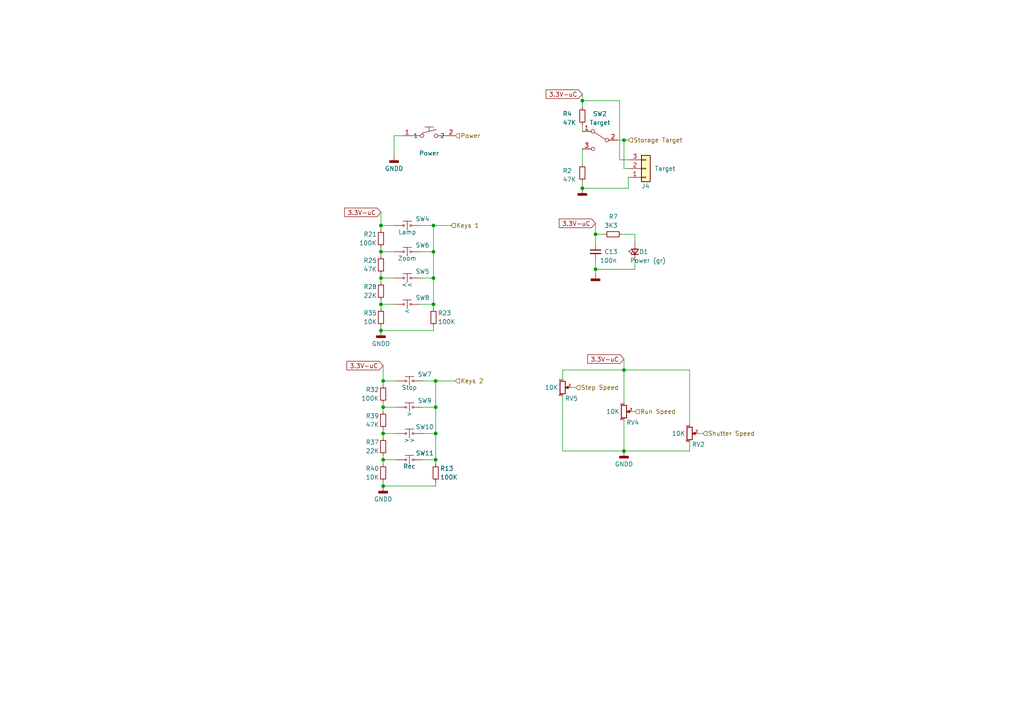
<source format=kicad_sch>
(kicad_sch (version 20230121) (generator eeschema)
  (paper "A4")
  (lib_symbols
    (symbol "B3F-5000_sm_1" (pin_numbers hide) (pin_names hide)
      (property "Reference" "SW" (at -1.27 3.81 0))
      (property "Value" "B3F-5000_sm" (at -1.27 -2.54 0))
      (symbol "B3F-5000_sm_1_0_1"
        (circle (center -1.02 0) (radius 0.25))
        (polyline (pts (xy -1.27 1.27) (xy 1.27 1.27)))
        (polyline (pts (xy 0 1.27) (xy 0 -1.27)))
        (circle (center 1.02 0) (radius 0.25))
      )
      (symbol "B3F-5000_sm_1_1_1"
        (pin no_connect line (at 3.81 0 180) (length 2.54) hide (name "~") (number "1"))
        (pin passive line (at 3.81 0 180) (length 2.54) (name "~") (number "2"))
        (pin no_connect line (at -3.81 0 0) (length 2.54) hide (name "~") (number "3"))
        (pin passive line (at -3.81 0 0) (length 2.54) (name "~") (number "4"))
      )
    )
    (symbol "B3F-5000_sm_2" (pin_numbers hide) (pin_names hide)
      (property "Reference" "SW" (at -1.27 3.81 0))
      (property "Value" "B3F-5000_sm" (at -1.27 -2.54 0))
      (symbol "B3F-5000_sm_2_0_1"
        (circle (center -1.02 0) (radius 0.25))
        (polyline (pts (xy -1.27 1.27) (xy 1.27 1.27)))
        (polyline (pts (xy 0 1.27) (xy 0 -1.27)))
        (circle (center 1.02 0) (radius 0.25))
      )
      (symbol "B3F-5000_sm_2_1_1"
        (pin no_connect line (at 3.81 0 180) (length 2.54) hide (name "~") (number "1"))
        (pin passive line (at 3.81 0 180) (length 2.54) (name "~") (number "2"))
        (pin no_connect line (at -3.81 0 0) (length 2.54) hide (name "~") (number "3"))
        (pin passive line (at -3.81 0 0) (length 2.54) (name "~") (number "4"))
      )
    )
    (symbol "B3F-5000_sm_3" (pin_numbers hide) (pin_names hide)
      (property "Reference" "SW" (at -1.27 3.81 0))
      (property "Value" "B3F-5000_sm" (at -1.27 -2.54 0))
      (symbol "B3F-5000_sm_3_0_1"
        (circle (center -1.02 0) (radius 0.25))
        (polyline (pts (xy -1.27 1.27) (xy 1.27 1.27)))
        (polyline (pts (xy 0 1.27) (xy 0 -1.27)))
        (circle (center 1.02 0) (radius 0.25))
      )
      (symbol "B3F-5000_sm_3_1_1"
        (pin no_connect line (at 3.81 0 180) (length 2.54) hide (name "~") (number "1"))
        (pin passive line (at 3.81 0 180) (length 2.54) (name "~") (number "2"))
        (pin no_connect line (at -3.81 0 0) (length 2.54) hide (name "~") (number "3"))
        (pin passive line (at -3.81 0 0) (length 2.54) (name "~") (number "4"))
      )
    )
    (symbol "B3F-5000_sm_4" (pin_numbers hide) (pin_names hide)
      (property "Reference" "SW" (at -1.27 3.81 0))
      (property "Value" "B3F-5000_sm" (at -1.27 -2.54 0))
      (symbol "B3F-5000_sm_4_0_1"
        (circle (center -1.02 0) (radius 0.25))
        (polyline (pts (xy -1.27 1.27) (xy 1.27 1.27)))
        (polyline (pts (xy 0 1.27) (xy 0 -1.27)))
        (circle (center 1.02 0) (radius 0.25))
      )
      (symbol "B3F-5000_sm_4_1_1"
        (pin no_connect line (at 3.81 0 180) (length 2.54) hide (name "~") (number "1"))
        (pin passive line (at 3.81 0 180) (length 2.54) (name "~") (number "2"))
        (pin no_connect line (at -3.81 0 0) (length 2.54) hide (name "~") (number "3"))
        (pin passive line (at -3.81 0 0) (length 2.54) (name "~") (number "4"))
      )
    )
    (symbol "B3F-5000_sm_5" (pin_numbers hide) (pin_names hide)
      (property "Reference" "SW" (at -1.27 3.81 0))
      (property "Value" "B3F-5000_sm" (at -1.27 -2.54 0))
      (symbol "B3F-5000_sm_5_0_1"
        (circle (center -1.02 0) (radius 0.25))
        (polyline (pts (xy -1.27 1.27) (xy 1.27 1.27)))
        (polyline (pts (xy 0 1.27) (xy 0 -1.27)))
        (circle (center 1.02 0) (radius 0.25))
      )
      (symbol "B3F-5000_sm_5_1_1"
        (pin no_connect line (at 3.81 0 180) (length 2.54) hide (name "~") (number "1"))
        (pin passive line (at 3.81 0 180) (length 2.54) (name "~") (number "2"))
        (pin no_connect line (at -3.81 0 0) (length 2.54) hide (name "~") (number "3"))
        (pin passive line (at -3.81 0 0) (length 2.54) (name "~") (number "4"))
      )
    )
    (symbol "B3F-5000_sm_6" (pin_numbers hide) (pin_names hide)
      (property "Reference" "SW" (at -1.27 3.81 0))
      (property "Value" "B3F-5000_sm" (at -1.27 -2.54 0))
      (symbol "B3F-5000_sm_6_0_1"
        (circle (center -1.02 0) (radius 0.25))
        (polyline (pts (xy -1.27 1.27) (xy 1.27 1.27)))
        (polyline (pts (xy 0 1.27) (xy 0 -1.27)))
        (circle (center 1.02 0) (radius 0.25))
      )
      (symbol "B3F-5000_sm_6_1_1"
        (pin no_connect line (at 3.81 0 180) (length 2.54) hide (name "~") (number "1"))
        (pin passive line (at 3.81 0 180) (length 2.54) (name "~") (number "2"))
        (pin no_connect line (at -3.81 0 0) (length 2.54) hide (name "~") (number "3"))
        (pin passive line (at -3.81 0 0) (length 2.54) (name "~") (number "4"))
      )
    )
    (symbol "B3F-5000_sm_7" (pin_numbers hide) (pin_names hide)
      (property "Reference" "SW" (at -1.27 3.81 0))
      (property "Value" "B3F-5000_sm" (at -1.27 -2.54 0))
      (symbol "B3F-5000_sm_7_0_1"
        (circle (center -1.02 0) (radius 0.25))
        (polyline (pts (xy -1.27 1.27) (xy 1.27 1.27)))
        (polyline (pts (xy 0 1.27) (xy 0 -1.27)))
        (circle (center 1.02 0) (radius 0.25))
      )
      (symbol "B3F-5000_sm_7_1_1"
        (pin no_connect line (at 3.81 0 180) (length 2.54) hide (name "~") (number "1"))
        (pin passive line (at 3.81 0 180) (length 2.54) (name "~") (number "2"))
        (pin no_connect line (at -3.81 0 0) (length 2.54) hide (name "~") (number "3"))
        (pin passive line (at -3.81 0 0) (length 2.54) (name "~") (number "4"))
      )
    )
    (symbol "B3F-5000_sm_8" (pin_numbers hide) (pin_names hide)
      (property "Reference" "SW" (at -1.27 3.81 0))
      (property "Value" "B3F-5000_sm" (at -1.27 -2.54 0))
      (symbol "B3F-5000_sm_8_0_1"
        (circle (center -1.02 0) (radius 0.25))
        (polyline (pts (xy -1.27 1.27) (xy 1.27 1.27)))
        (polyline (pts (xy 0 1.27) (xy 0 -1.27)))
        (circle (center 1.02 0) (radius 0.25))
      )
      (symbol "B3F-5000_sm_8_1_1"
        (pin no_connect line (at 3.81 0 180) (length 2.54) hide (name "~") (number "1"))
        (pin passive line (at 3.81 0 180) (length 2.54) (name "~") (number "2"))
        (pin no_connect line (at -3.81 0 0) (length 2.54) hide (name "~") (number "3"))
        (pin passive line (at -3.81 0 0) (length 2.54) (name "~") (number "4"))
      )
    )
    (symbol "Connector_Generic:Conn_01x03" (pin_names (offset 1.016) hide)
      (property "Reference" "J" (at 0 5.08 0))
      (property "Value" "Conn_01x03" (at 0 -5.08 0))
      (symbol "Conn_01x03_1_1"
        (rectangle (start -1.27 -2.413) (end 0 -2.667) (stroke (width 0.1524)))
        (rectangle (start -1.27 0.127) (end 0 -0.127) (stroke (width 0.1524)))
        (rectangle (start -1.27 2.667) (end 0 2.413) (stroke (width 0.1524)))
        (rectangle (start -1.27 3.81) (end 1.27 -3.81) (stroke (width 0.254)) (fill (type background)))
        (pin passive line (at -5.08 2.54 0) (length 3.81) (name "Pin_1") (number "1"))
        (pin passive line (at -5.08 0 0) (length 3.81) (name "Pin_2") (number "2"))
        (pin passive line (at -5.08 -2.54 0) (length 3.81) (name "Pin_3") (number "3"))
      )
    )
    (symbol "Device:C_Small" (pin_numbers hide) (pin_names (offset 0.254) hide)
      (property "Reference" "C" (at 0.254 1.778 0))
      (property "Value" "C_Small" (at 0.254 -2.032 0))
      (symbol "C_Small_0_1"
        (polyline (pts (xy -1.524 -0.508) (xy 1.524 -0.508)) (stroke (width 0.3302)))
        (polyline (pts (xy -1.524 0.508) (xy 1.524 0.508)) (stroke (width 0.3048)))
      )
      (symbol "C_Small_1_1"
        (pin passive line (at 0 2.54 270) (length 2.032) (name "~") (number "1"))
        (pin passive line (at 0 -2.54 90) (length 2.032) (name "~") (number "2"))
      )
    )
    (symbol "Device:LED_Small" (pin_numbers hide) (pin_names (offset 0.254) hide)
      (property "Reference" "D" (at -1.27 3.175 0))
      (property "Value" "LED_Small" (at -4.445 -2.54 0))
      (symbol "LED_Small_0_1"
        (polyline (pts (xy -0.762 -1.016) (xy -0.762 1.016)) (stroke (width 0.254)))
        (polyline (pts (xy 1.016 0) (xy -0.762 0)))
        (polyline (pts (xy 0.762 -1.016) (xy -0.762 0) (xy 0.762 1.016) (xy 0.762 -1.016)) (stroke (width 0.254)))
        (polyline (pts (xy 0 0.762) (xy -0.508 1.27) (xy -0.254 1.27) (xy -0.508 1.27) (xy -0.508 1.016)))
        (polyline (pts (xy 0.508 1.27) (xy 0 1.778) (xy 0.254 1.778) (xy 0 1.778) (xy 0 1.524)))
      )
      (symbol "LED_Small_1_1"
        (pin passive line (at -2.54 0 0) (length 1.778) (name "K") (number "1"))
        (pin passive line (at 2.54 0 180) (length 1.778) (name "A") (number "2"))
      )
    )
    (symbol "Device:R_Potentiometer_Small" (pin_names (offset 1.016) hide)
      (property "Reference" "RV" (at -4.445 0 90))
      (property "Value" "R_Potentiometer_Small" (at -2.54 0 90))
      (symbol "R_Potentiometer_Small_0_1"
        (polyline (pts (xy 0.889 0) (xy 0.635 0) (xy 1.651 0.381) (xy 1.651 -0.381) (xy 0.635 0) (xy 0.889 0)) (fill (type outline)))
        (rectangle (start 0.762 1.8034) (end -0.762 -1.8034) (stroke (width 0.254)))
      )
      (symbol "R_Potentiometer_Small_1_1"
        (pin passive line (at 0 2.54 270) (length 0.635) (name "1") (number "1"))
        (pin passive line (at 2.54 0 180) (length 0.9906) (name "2") (number "2"))
        (pin passive line (at 0 -2.54 90) (length 0.635) (name "3") (number "3"))
      )
    )
    (symbol "Device:R_Small" (pin_numbers hide) (pin_names (offset 0.254) hide)
      (property "Reference" "R" (at 0.762 0.508 0))
      (property "Value" "R_Small" (at 0.762 -1.016 0))
      (symbol "R_Small_0_1"
        (rectangle (start -0.762 1.778) (end 0.762 -1.778) (stroke (width 0.2032)))
      )
      (symbol "R_Small_1_1"
        (pin passive line (at 0 2.54 270) (length 0.762) (name "~") (number "1"))
        (pin passive line (at 0 -2.54 90) (length 0.762) (name "~") (number "2"))
      )
    )
    (symbol "Switch:SW_SPDT" (pin_names (offset 0) hide)
      (property "Reference" "SW" (at 0 4.318 0))
      (property "Value" "SW_SPDT" (at 0 -5.08 0))
      (symbol "SW_SPDT_0_0"
        (circle (center -2.032 0) (radius 0.508))
        (circle (center 2.032 -2.54) (radius 0.508))
      )
      (symbol "SW_SPDT_0_1"
        (polyline (pts (xy -1.524 0.254) (xy 1.651 2.286)))
        (circle (center 2.032 2.54) (radius 0.508))
      )
      (symbol "SW_SPDT_1_1"
        (pin passive line (at 5.08 2.54 180) (length 2.54) (name "A") (number "1"))
        (pin passive line (at -5.08 0 0) (length 2.54) (name "B") (number "2"))
        (pin passive line (at 5.08 -2.54 180) (length 2.54) (name "C") (number "3"))
      )
    )
    (symbol "easyeda2kicad:B3F-3152"
      (property "Reference" "SW" (at 0 7.62 0))
      (property "Value" "B3F-3152" (at 0 -5.08 0))
      (symbol "B3F-3152_0_1"
        (circle (center -2.03 2.54) (radius 0.51))
        (polyline (pts (xy -5.08 2.54) (xy -2.54 2.54)))
        (polyline (pts (xy -1.27 5.08) (xy 1.27 5.08)))
        (polyline (pts (xy 0 3.81) (xy 0 5.08)))
        (polyline (pts (xy 5.08 2.54) (xy 2.54 2.54)))
        (polyline (pts (xy -2.03 3.3) (xy 2.03 4.32) (xy 2.03 4.32)))
        (circle (center 2.03 2.54) (radius 0.51))
        (pin input line (at -7.62 2.54 0) (length 2.54) (name "1") (number "1"))
        (pin input line (at 7.62 2.54 180) (length 2.54) (name "2") (number "2"))
      )
      (symbol "B3F-3152_1_1"
        (pin no_connect line (at -2.54 0 0) (length 2.54) hide (name "3") (number "3"))
        (pin no_connect line (at 2.54 0 180) (length 2.54) hide (name "4") (number "4"))
      )
    )
    (symbol "power:GNDD" (power) (pin_names (offset 0))
      (property "Value" "GNDD" (at 0 -3.175 0))
      (symbol "GNDD_0_1"
        (rectangle (start -1.27 -1.524) (end 1.27 -2.032) (stroke (width 0.254)) (fill (type outline)))
        (polyline (pts (xy 0 0) (xy 0 -1.524)))
      )
      (symbol "GNDD_1_1"
        (pin power_in line (at 0 0 270) (length 0) hide (name "GNDD") (number "1"))
      )
    )
  )
  (junction (at 126.365 133.35))
  (junction (at 180.975 130.81))
  (junction (at 168.91 54.61))
  (junction (at 126.365 110.49))
  (junction (at 126.365 118.11))
  (junction (at 110.49 80.645))
  (junction (at 125.73 80.645))
  (junction (at 172.72 78.105))
  (junction (at 125.73 88.265))
  (junction (at 125.73 65.405))
  (junction (at 111.125 140.97))
  (junction (at 110.49 95.885))
  (junction (at 110.49 88.265))
  (junction (at 110.49 65.405))
  (junction (at 110.49 73.025))
  (junction (at 111.125 133.35))
  (junction (at 172.72 67.945))
  (junction (at 180.975 40.64))
  (junction (at 111.125 125.73))
  (junction (at 111.125 110.49))
  (junction (at 126.365 125.73))
  (junction (at 168.91 29.21))
  (junction (at 111.125 118.11))
  (junction (at 180.975 107.315))
  (junction (at 125.73 73.025))
  (wire (pts (xy 184.15 78.105) (xy 172.72 78.105)))
  (wire (pts (xy 163.195 130.81) (xy 180.975 130.81)))
  (wire (pts (xy 168.91 43.18) (xy 168.91 47.625)))
  (wire (pts (xy 163.195 107.315) (xy 163.195 109.855)))
  (wire (pts (xy 111.125 125.73) (xy 111.125 127)))
  (wire (pts (xy 110.49 80.645) (xy 110.49 81.915)))
  (wire (pts (xy 122.555 133.35) (xy 126.365 133.35)))
  (wire (pts (xy 114.3 39.37) (xy 114.3 45.085)))
  (wire (pts (xy 111.125 133.35) (xy 114.935 133.35)))
  (wire (pts (xy 163.195 114.935) (xy 163.195 130.81)))
  (wire (pts (xy 126.365 133.35) (xy 126.365 134.62)))
  (wire (pts (xy 122.555 118.11) (xy 126.365 118.11)))
  (wire (pts (xy 180.975 104.14) (xy 180.975 107.315)))
  (wire (pts (xy 110.49 80.645) (xy 114.3 80.645)))
  (wire (pts (xy 180.975 130.81) (xy 200.025 130.81)))
  (wire (pts (xy 111.125 132.08) (xy 111.125 133.35)))
  (wire (pts (xy 111.125 106.045) (xy 111.125 110.49)))
  (wire (pts (xy 111.125 110.49) (xy 111.125 111.76)))
  (wire (pts (xy 184.15 67.945) (xy 184.15 70.485)))
  (wire (pts (xy 110.49 61.595) (xy 110.49 65.405)))
  (wire (pts (xy 111.125 139.7) (xy 111.125 140.97)))
  (wire (pts (xy 110.49 86.995) (xy 110.49 88.265)))
  (wire (pts (xy 184.15 75.565) (xy 184.15 78.105)))
  (wire (pts (xy 121.92 80.645) (xy 125.73 80.645)))
  (wire (pts (xy 200.025 128.27) (xy 200.025 130.81)))
  (wire (pts (xy 121.92 88.265) (xy 125.73 88.265)))
  (wire (pts (xy 111.125 118.11) (xy 114.935 118.11)))
  (wire (pts (xy 125.73 88.265) (xy 125.73 89.535)))
  (wire (pts (xy 110.49 73.025) (xy 110.49 74.295)))
  (wire (pts (xy 110.49 95.885) (xy 125.73 95.885)))
  (wire (pts (xy 114.3 39.37) (xy 116.84 39.37)))
  (wire (pts (xy 172.72 67.945) (xy 172.72 70.485)))
  (wire (pts (xy 126.365 139.7) (xy 126.365 140.97)))
  (wire (pts (xy 168.91 54.61) (xy 182.245 54.61)))
  (wire (pts (xy 202.565 125.73) (xy 203.835 125.73)))
  (wire (pts (xy 182.245 54.61) (xy 182.245 51.435)))
  (wire (pts (xy 121.92 65.405) (xy 125.73 65.405)))
  (wire (pts (xy 183.515 119.38) (xy 184.15 119.38)))
  (wire (pts (xy 126.365 110.49) (xy 132.08 110.49)))
  (wire (pts (xy 172.72 64.77) (xy 172.72 67.945)))
  (wire (pts (xy 168.91 36.195) (xy 168.91 38.1)))
  (wire (pts (xy 110.49 88.265) (xy 110.49 89.535)))
  (wire (pts (xy 111.125 140.97) (xy 126.365 140.97)))
  (wire (pts (xy 172.72 67.945) (xy 175.26 67.945)))
  (wire (pts (xy 180.975 121.92) (xy 180.975 130.81)))
  (wire (pts (xy 180.975 107.315) (xy 200.025 107.315)))
  (wire (pts (xy 126.365 110.49) (xy 126.365 118.11)))
  (wire (pts (xy 200.025 107.315) (xy 200.025 123.19)))
  (wire (pts (xy 111.125 124.46) (xy 111.125 125.73)))
  (wire (pts (xy 110.49 88.265) (xy 114.3 88.265)))
  (wire (pts (xy 111.125 110.49) (xy 114.935 110.49)))
  (wire (pts (xy 168.91 27.305) (xy 168.91 29.21)))
  (wire (pts (xy 182.245 46.355) (xy 179.705 46.355)))
  (wire (pts (xy 111.125 116.84) (xy 111.125 118.11)))
  (wire (pts (xy 168.91 29.21) (xy 168.91 31.115)))
  (wire (pts (xy 110.49 79.375) (xy 110.49 80.645)))
  (wire (pts (xy 111.125 133.35) (xy 111.125 134.62)))
  (wire (pts (xy 172.72 78.105) (xy 172.72 79.375)))
  (wire (pts (xy 165.735 112.395) (xy 167.005 112.395)))
  (wire (pts (xy 180.975 107.315) (xy 180.975 116.84)))
  (wire (pts (xy 172.72 75.565) (xy 172.72 78.105)))
  (wire (pts (xy 122.555 125.73) (xy 126.365 125.73)))
  (wire (pts (xy 110.49 94.615) (xy 110.49 95.885)))
  (wire (pts (xy 180.34 67.945) (xy 184.15 67.945)))
  (wire (pts (xy 122.555 110.49) (xy 126.365 110.49)))
  (wire (pts (xy 110.49 71.755) (xy 110.49 73.025)))
  (wire (pts (xy 110.49 65.405) (xy 110.49 66.675)))
  (wire (pts (xy 121.92 73.025) (xy 125.73 73.025)))
  (wire (pts (xy 125.73 80.645) (xy 125.73 88.265)))
  (wire (pts (xy 179.705 46.355) (xy 179.705 29.21)))
  (wire (pts (xy 179.705 29.21) (xy 168.91 29.21)))
  (wire (pts (xy 163.195 107.315) (xy 180.975 107.315)))
  (wire (pts (xy 182.245 48.895) (xy 180.975 48.895)))
  (wire (pts (xy 125.73 65.405) (xy 125.73 73.025)))
  (wire (pts (xy 168.91 52.705) (xy 168.91 54.61)))
  (wire (pts (xy 180.975 40.64) (xy 182.245 40.64)))
  (wire (pts (xy 179.07 40.64) (xy 180.975 40.64)))
  (wire (pts (xy 125.73 94.615) (xy 125.73 95.885)))
  (wire (pts (xy 110.49 73.025) (xy 114.3 73.025)))
  (wire (pts (xy 126.365 118.11) (xy 126.365 125.73)))
  (wire (pts (xy 180.975 48.895) (xy 180.975 40.64)))
  (wire (pts (xy 110.49 65.405) (xy 114.3 65.405)))
  (wire (pts (xy 125.73 73.025) (xy 125.73 80.645)))
  (wire (pts (xy 125.73 65.405) (xy 130.81 65.405)))
  (wire (pts (xy 111.125 125.73) (xy 114.935 125.73)))
  (wire (pts (xy 126.365 125.73) (xy 126.365 133.35)))
  (wire (pts (xy 111.125 118.11) (xy 111.125 119.38)))
  (global_label "3.3V-uC" (shape input) (at 172.72 64.77 180) (property "Intersheetrefs" "${INTERSHEET_REFS}" (effects hide)))
  (global_label "3.3V-uC" (shape input) (at 168.91 27.305 180) (property "Intersheetrefs" "${INTERSHEET_REFS}" (effects hide)))
  (global_label "3.3V-uC" (shape input) (at 111.125 106.045 180) (property "Intersheetrefs" "${INTERSHEET_REFS}" (effects hide)))
  (global_label "3.3V-uC" (shape input) (at 180.975 104.14 180) (property "Intersheetrefs" "${INTERSHEET_REFS}" (effects hide)))
  (global_label "3.3V-uC" (shape input) (at 110.49 61.595 180) (property "Intersheetrefs" "${INTERSHEET_REFS}" (effects hide)))
  (hierarchical_label "Shutter Speed" (shape input) (at 203.835 125.73 0))
  (hierarchical_label "Keys 1" (shape input) (at 130.81 65.405 0))
  (hierarchical_label "Keys 2" (shape input) (at 132.08 110.49 0))
  (hierarchical_label "Storage Target" (shape input) (at 182.245 40.64 0))
  (hierarchical_label "Step Speed" (shape input) (at 167.005 112.395 0))
  (hierarchical_label "Power" (shape input) (at 132.08 39.37 0))
  (hierarchical_label "Run Speed" (shape input) (at 184.15 119.38 0))
  (symbol (lib_name "B3F-5000_sm_1") (lib_id "easyeda2kicad:B3F-5000_sm") (at 118.11 65.405 0) (unit 1)
    (property "Reference" "SW4" (at 122.555 63.5 0))
    (property "Value" "Lamp" (at 118.11 67.31 0))
    (property "Footprint" "easyeda2kicad:KEY-TH_4P-L12.0-W12.0-P5.0-LS12.5-EH-small" (effects hide))
    (property "Datasheet" "https://lcsc.com/product-detail/Others_Omron-Electronics_B3F-5000_Omron-Electronics-B3F-5000_C93156.html" (effects hide))
    (property "LCSC" "C93156" (effects hide))
    (property "Inventory" "E" (effects hide))
  )
  (symbol (lib_id "Device:R_Potentiometer_Small") (at 200.025 125.73 0) (unit 1)
    (property "Reference" "RV2" (at 204.47 128.905 0) (effects (justify right)))
    (property "Value" "10K" (at 198.755 125.73 0) (effects (justify right)))
    (property "Footprint" "easyeda2kicad:RES-ADJ-TH_3P-L10.0-W10.0-P2.50-L" (effects hide))
    (property "Datasheet" "https://datasheet.lcsc.com/lcsc/1811071811_BOCHEN-Chengdu-Guosheng-Tech-3296W-1-103_C118954.pdf" (effects hide))
    (property "LCSC" "C118954" (effects hide))
    (property "Inventory" "E" (effects hide))
  )
  (symbol (lib_name "B3F-5000_sm_6") (lib_id "easyeda2kicad:B3F-5000_sm") (at 118.11 88.265 0) (unit 1)
    (property "Reference" "SW8" (at 122.555 86.36 0))
    (property "Value" "<" (at 118.11 90.17 0))
    (property "Footprint" "easyeda2kicad:KEY-TH_4P-L12.0-W12.0-P5.0-LS12.5-EH-small" (effects hide))
    (property "Datasheet" "https://lcsc.com/product-detail/Others_Omron-Electronics_B3F-5000_Omron-Electronics-B3F-5000_C93156.html" (effects hide))
    (property "LCSC" "C93156" (effects hide))
  )
  (symbol (lib_id "power:GNDD") (at 110.49 95.885 0) (unit 1)
    (property "Reference" "#PWR015" (effects hide))
    (property "Value" "GNDD" (at 110.49 99.695 0))
  )
  (symbol (lib_id "Device:R_Small") (at 111.125 137.16 0) (unit 1)
    (property "Reference" "R40" (at 106.045 135.89 0) (effects (justify left)))
    (property "Value" "10K" (at 106.045 138.43 0) (effects (justify left)))
    (property "Footprint" "Resistor_SMD:R_0805_2012Metric" (effects hide))
    (property "LCSC" "C17414" (effects hide))
    (property "Inventory" "B" (effects hide))
  )
  (symbol (lib_id "Device:C_Small") (at 172.72 73.025 0) (unit 1)
    (property "Reference" "C13" (at 175.26 73.025 0) (effects (justify left)))
    (property "Value" "100n" (at 173.99 75.565 0) (effects (justify left)))
    (property "Footprint" "Capacitor_SMD:C_0805_2012Metric" (effects hide))
    (property "Datasheet" "https://datasheet.lcsc.com/lcsc/2304140030_Samsung-Electro-Mechanics-CL21B104KCFNNNE_C28233.pdf" (effects hide))
    (property "LCSC" "C28233" (effects hide))
    (property "Inventory" "B" (effects hide))
  )
  (symbol (lib_id "Device:R_Small") (at 111.125 114.3 0) (unit 1)
    (property "Reference" "R32" (at 106.045 113.03 0) (effects (justify left)))
    (property "Value" "100K" (at 104.775 115.57 0) (effects (justify left)))
    (property "Footprint" "Resistor_SMD:R_0805_2012Metric" (effects hide))
    (property "LCSC" "C149504" (effects hide))
    (property "Inventory" "B" (effects hide))
  )
  (symbol (lib_id "easyeda2kicad:B3F-3152") (at 124.46 41.91 0) (unit 1)
    (property "Reference" "SW1" (effects hide))
    (property "Value" "Power" (at 124.46 44.45 0))
    (property "Footprint" "easyeda2kicad:KEY-TH_4P-L7.3-W10.2-P4.50-LS7.0" (effects hide))
    (property "Datasheet" "https://lcsc.com/product-detail/Others_Omron-Electronics_B3F-3152_Omron-Electronics-B3F-3152_C231320.html" (effects hide))
    (property "LCSC Part" "C231320" (effects hide))
    (property "LCSC" "C231320" (effects hide))
    (property "Inventory" "E" (effects hide))
  )
  (symbol (lib_id "Device:R_Potentiometer_Small") (at 163.195 112.395 0) (unit 1)
    (property "Reference" "RV5" (at 167.64 115.57 0) (effects (justify right)))
    (property "Value" "10K" (at 161.925 112.395 0) (effects (justify right)))
    (property "Footprint" "easyeda2kicad:RES-TH_RK09K1110A0J" (effects hide))
    (property "Datasheet" "https://datasheet.lcsc.com/lcsc/2304140030_ALPSALPINE-RK09K1130AP5_C470295.pdf" (effects hide))
    (property "LCSC" "C209767" (effects hide))
    (property "Inventory" "E" (effects hide))
  )
  (symbol (lib_id "power:GNDD") (at 111.125 140.97 0) (unit 1)
    (property "Reference" "#PWR016" (effects hide))
    (property "Value" "GNDD" (at 111.125 144.78 0))
  )
  (symbol (lib_id "Device:R_Small") (at 110.49 76.835 0) (unit 1)
    (property "Reference" "R25" (at 105.41 75.565 0) (effects (justify left)))
    (property "Value" "47K" (at 105.41 78.105 0) (effects (justify left)))
    (property "Footprint" "Resistor_SMD:R_0805_2012Metric" (effects hide))
    (property "LCSC" "C17713" (effects hide))
    (property "Inventory" "B" (effects hide))
  )
  (symbol (lib_name "B3F-5000_sm_4") (lib_id "easyeda2kicad:B3F-5000_sm") (at 118.745 118.11 0) (unit 1)
    (property "Reference" "SW9" (at 123.19 116.205 0))
    (property "Value" ">" (at 118.745 120.015 0))
    (property "Footprint" "easyeda2kicad:KEY-TH_4P-L12.0-W12.0-P5.0-LS12.5-EH-small" (effects hide))
    (property "Datasheet" "https://lcsc.com/product-detail/Others_Omron-Electronics_B3F-5000_Omron-Electronics-B3F-5000_C93156.html" (effects hide))
    (property "LCSC" "C93156" (effects hide))
  )
  (symbol (lib_id "power:GNDD") (at 168.91 54.61 0) (mirror y) (unit 1)
    (property "Reference" "#PWR033" (effects hide))
    (property "Value" "GNDD" (effects hide))
  )
  (symbol (lib_id "Device:R_Small") (at 110.49 69.215 0) (unit 1)
    (property "Reference" "R21" (at 105.41 67.945 0) (effects (justify left)))
    (property "Value" "100K" (at 104.14 70.485 0) (effects (justify left)))
    (property "Footprint" "Resistor_SMD:R_0805_2012Metric" (effects hide))
    (property "LCSC" "C149504" (effects hide))
    (property "Inventory" "B" (effects hide))
  )
  (symbol (lib_name "B3F-5000_sm_5") (lib_id "easyeda2kicad:B3F-5000_sm") (at 118.745 133.35 0) (unit 1)
    (property "Reference" "SW11" (at 123.19 131.445 0))
    (property "Value" "Rec" (at 118.745 135.255 0))
    (property "Footprint" "easyeda2kicad:KEY-TH_4P-L12.0-W12.0-P5.0-LS12.5-EH-small" (effects hide))
    (property "Datasheet" "https://lcsc.com/product-detail/Others_Omron-Electronics_B3F-5000_Omron-Electronics-B3F-5000_C93156.html" (effects hide))
    (property "LCSC" "C93156" (effects hide))
  )
  (symbol (lib_id "Device:LED_Small") (at 184.15 73.025 90) (unit 1)
    (property "Reference" "D1" (at 186.69 73.025 90))
    (property "Value" "Power (gr)" (at 187.96 75.565 90))
    (property "Footprint" "LED_SMD:LED_0805_2012Metric" (effects hide))
    (property "Datasheet" "https://datasheet.lcsc.com/lcsc/1806151820_Hubei-KENTO-Elec-KT-0805G_C2297.pdf" (effects hide))
    (property "LCSC" "C2297" (effects hide))
    (property "Inventory" "B" (effects hide))
  )
  (symbol (lib_id "power:GNDD") (at 114.3 45.085 0) (unit 1)
    (property "Reference" "#PWR017" (effects hide))
    (property "Value" "GNDD" (at 114.3 48.895 0))
  )
  (symbol (lib_id "power:GNDD") (at 172.72 79.375 0) (unit 1)
    (property "Reference" "#PWR018" (effects hide))
    (property "Value" "GNDD" (effects hide))
  )
  (symbol (lib_id "Switch:SW_SPDT") (at 173.99 40.64 0) (mirror y) (unit 1)
    (property "Reference" "SW2" (at 173.99 33.02 0))
    (property "Value" "Target" (at 173.99 35.56 0))
    (property "Footprint" "easyeda2kicad:SW-SMD_3P-P1.50_L2.7-W6.6" (effects hide))
    (property "Datasheet" "https://datasheet.lcsc.com/lcsc/2110151630_XKB-Connectivity-SK-3296S-01-L1_C319020.pdf" (effects hide))
    (property "LCSC" "C319020" (effects hide))
    (property "Inventory" "E" (effects hide))
  )
  (symbol (lib_id "Device:R_Small") (at 111.125 129.54 0) (unit 1)
    (property "Reference" "R37" (at 106.045 128.27 0) (effects (justify left)))
    (property "Value" "22K" (at 106.045 130.81 0) (effects (justify left)))
    (property "Footprint" "Resistor_SMD:R_0805_2012Metric" (effects hide))
    (property "LCSC" "C17560" (effects hide))
    (property "Inventory" "B" (effects hide))
  )
  (symbol (lib_name "B3F-5000_sm_2") (lib_id "easyeda2kicad:B3F-5000_sm") (at 118.11 80.645 0) (unit 1)
    (property "Reference" "SW5" (at 122.555 78.74 0))
    (property "Value" "<<" (at 118.11 82.55 0))
    (property "Footprint" "easyeda2kicad:KEY-TH_4P-L12.0-W12.0-P5.0-LS12.5-EH-small" (effects hide))
    (property "Datasheet" "https://lcsc.com/product-detail/Others_Omron-Electronics_B3F-5000_Omron-Electronics-B3F-5000_C93156.html" (effects hide))
    (property "LCSC" "C93156" (effects hide))
  )
  (symbol (lib_name "B3F-5000_sm_3") (lib_id "easyeda2kicad:B3F-5000_sm") (at 118.745 125.73 0) (unit 1)
    (property "Reference" "SW10" (at 123.19 123.825 0))
    (property "Value" ">>" (at 118.745 127.635 0))
    (property "Footprint" "easyeda2kicad:KEY-TH_4P-L12.0-W12.0-P5.0-LS12.5-EH-small" (effects hide))
    (property "Datasheet" "https://lcsc.com/product-detail/Others_Omron-Electronics_B3F-5000_Omron-Electronics-B3F-5000_C93156.html" (effects hide))
    (property "LCSC" "C93156" (effects hide))
  )
  (symbol (lib_id "Device:R_Small") (at 126.365 137.16 0) (unit 1)
    (property "Reference" "R13" (at 127.635 135.89 0) (effects (justify left)))
    (property "Value" "100K" (at 127.635 138.43 0) (effects (justify left)))
    (property "Footprint" "Resistor_SMD:R_0805_2012Metric" (effects hide))
    (property "LCSC" "C149504" (effects hide))
    (property "Inventory" "B" (effects hide))
  )
  (symbol (lib_id "power:GNDD") (at 180.975 130.81 0) (unit 1)
    (property "Reference" "#PWR019" (effects hide))
    (property "Value" "GNDD" (at 180.975 134.62 0))
  )
  (symbol (lib_id "Device:R_Small") (at 110.49 92.075 0) (unit 1)
    (property "Reference" "R35" (at 105.41 90.805 0) (effects (justify left)))
    (property "Value" "10K" (at 105.41 93.345 0) (effects (justify left)))
    (property "Footprint" "Resistor_SMD:R_0805_2012Metric" (effects hide))
    (property "LCSC" "C17414" (effects hide))
    (property "Inventory" "B" (effects hide))
  )
  (symbol (lib_id "Connector_Generic:Conn_01x03") (at 187.325 48.895 0) (mirror x) (unit 1) (in_bom no)
    (property "Reference" "J4" (at 186.055 53.975 0) (effects (justify left)))
    (property "Value" "Target" (at 189.865 48.895 0) (effects (justify left)))
    (property "Footprint" "Connector_PinHeader_2.54mm:PinHeader_1x03_P2.54mm_Vertical" (effects hide))
  )
  (symbol (lib_id "Device:R_Small") (at 110.49 84.455 0) (unit 1)
    (property "Reference" "R28" (at 105.41 83.185 0) (effects (justify left)))
    (property "Value" "22K" (at 105.41 85.725 0) (effects (justify left)))
    (property "Footprint" "Resistor_SMD:R_0805_2012Metric" (effects hide))
    (property "LCSC" "C17560" (effects hide))
    (property "Inventory" "B" (effects hide))
  )
  (symbol (lib_id "Device:R_Small") (at 111.125 121.92 0) (unit 1)
    (property "Reference" "R39" (at 106.045 120.65 0) (effects (justify left)))
    (property "Value" "47K" (at 106.045 123.19 0) (effects (justify left)))
    (property "Footprint" "Resistor_SMD:R_0805_2012Metric" (effects hide))
    (property "LCSC" "C17713" (effects hide))
    (property "Inventory" "B" (effects hide))
  )
  (symbol (lib_id "Device:R_Potentiometer_Small") (at 180.975 119.38 0) (unit 1)
    (property "Reference" "RV4" (at 185.42 122.555 0) (effects (justify right)))
    (property "Value" "10K" (at 179.705 119.38 0) (effects (justify right)))
    (property "Footprint" "easyeda2kicad:RES-TH_RK09K1110A0J" (effects hide))
    (property "Datasheet" "https://datasheet.lcsc.com/lcsc/2304140030_ALPSALPINE-RK09K1130AP5_C470295.pdf" (effects hide))
    (property "LCSC" "C209767" (effects hide))
    (property "Inventory" "E" (effects hide))
  )
  (symbol (lib_name "B3F-5000_sm_8") (lib_id "easyeda2kicad:B3F-5000_sm") (at 118.745 110.49 0) (unit 1)
    (property "Reference" "SW7" (at 123.19 108.585 0))
    (property "Value" "Stop" (at 118.745 112.395 0))
    (property "Footprint" "easyeda2kicad:KEY-TH_4P-L12.0-W12.0-P5.0-LS12.5-EH-small" (effects hide))
    (property "Datasheet" "https://lcsc.com/product-detail/Others_Omron-Electronics_B3F-5000_Omron-Electronics-B3F-5000_C93156.html" (effects hide))
    (property "LCSC" "C93156" (effects hide))
  )
  (symbol (lib_id "Device:R_Small") (at 168.91 50.165 0) (unit 1)
    (property "Reference" "R2" (at 163.195 49.53 0) (effects (justify left)))
    (property "Value" "47K" (at 163.195 52.07 0) (effects (justify left)))
    (property "Footprint" "Resistor_SMD:R_0805_2012Metric" (effects hide))
    (property "LCSC" "C17713" (effects hide))
    (property "Inventory" "B" (effects hide))
  )
  (symbol (lib_id "Device:R_Small") (at 177.8 67.945 270) (unit 1)
    (property "Reference" "R7" (at 176.53 62.865 90) (effects (justify left)))
    (property "Value" "3K3" (at 175.26 65.405 90) (effects (justify left)))
    (property "Footprint" "Resistor_SMD:R_0805_2012Metric" (effects hide))
    (property "LCSC" "C26010" (effects hide))
    (property "Inventory" "B" (effects hide))
  )
  (symbol (lib_name "B3F-5000_sm_7") (lib_id "easyeda2kicad:B3F-5000_sm") (at 118.11 73.025 0) (unit 1)
    (property "Reference" "SW6" (at 122.555 71.12 0))
    (property "Value" "Zoom" (at 118.11 74.93 0))
    (property "Footprint" "easyeda2kicad:KEY-TH_4P-L12.0-W12.0-P5.0-LS12.5-EH-small" (effects hide))
    (property "Datasheet" "https://lcsc.com/product-detail/Others_Omron-Electronics_B3F-5000_Omron-Electronics-B3F-5000_C93156.html" (effects hide))
    (property "LCSC" "C93156" (effects hide))
  )
  (symbol (lib_id "Device:R_Small") (at 125.73 92.075 0) (unit 1)
    (property "Reference" "R23" (at 127 90.805 0) (effects (justify left)))
    (property "Value" "100K" (at 127 93.345 0) (effects (justify left)))
    (property "Footprint" "Resistor_SMD:R_0805_2012Metric" (effects hide))
    (property "LCSC" "C149504" (effects hide))
    (property "Inventory" "B" (effects hide))
  )
  (symbol (lib_id "Device:R_Small") (at 168.91 33.655 0) (unit 1)
    (property "Reference" "R4" (at 163.195 33.02 0) (effects (justify left)))
    (property "Value" "47K" (at 163.195 35.56 0) (effects (justify left)))
    (property "Footprint" "Resistor_SMD:R_0805_2012Metric" (effects hide))
    (property "LCSC" "C17713" (effects hide))
    (property "Inventory" "B" (effects hide))
  )
)
</source>
